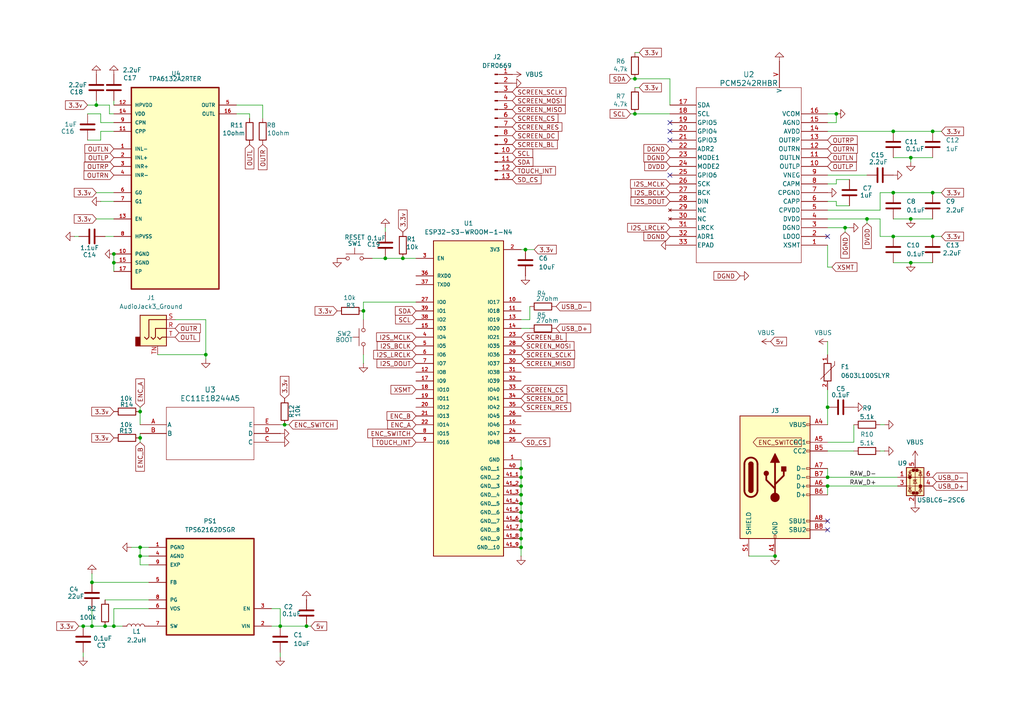
<source format=kicad_sch>
(kicad_sch (version 20250114) (generator "eeschema") (generator_version "9.0")
  (paper "A4")
  (title_block (title "Spotify Desk Thing - Blueprint") (company "blaze - Hack Club"))
  (junction (at 26.67 168.91))
  (junction (at 242.57 33.02))
  (junction (at 111.76 74.93))
  (junction (at 270.51 68.58))
  (junction (at 151.13 138.43))
  (junction (at 240.03 138.43))
  (junction (at 81.28 181.61))
  (junction (at 26.67 181.61))
  (junction (at 40.64 158.75))
  (junction (at 40.64 127))
  (junction (at 259.08 55.88))
  (junction (at 40.64 119.38))
  (junction (at 245.11 66.04))
  (junction (at 82.55 123.19))
  (junction (at 151.13 140.97))
  (junction (at 59.69 102.87))
  (junction (at 30.48 181.61))
  (junction (at 151.13 156.21))
  (junction (at 105.41 90.17))
  (junction (at 116.84 74.93))
  (junction (at 33.02 76.2))
  (junction (at 33.02 181.61))
  (junction (at 224.79 161.29))
  (junction (at 33.02 73.66))
  (junction (at 264.16 45.72))
  (junction (at 270.51 55.88))
  (junction (at 151.13 146.05))
  (junction (at 151.13 148.59))
  (junction (at 151.13 153.67))
  (junction (at 264.16 63.5))
  (junction (at 240.03 118.11))
  (junction (at 40.64 161.29))
  (junction (at 270.51 38.1))
  (junction (at 251.46 63.5))
  (junction (at 264.16 76.2))
  (junction (at 152.4 72.39))
  (junction (at 151.13 135.89))
  (junction (at 151.13 151.13))
  (junction (at 240.03 140.97))
  (junction (at 27.94 30.48))
  (junction (at 88.9 181.61))
  (junction (at 184.15 22.86))
  (junction (at 259.08 68.58))
  (junction (at 259.08 38.1))
  (junction (at 151.13 158.75))
  (junction (at 151.13 143.51))
  (junction (at 184.15 33.02))
  (junction (at 24.13 181.61))
  (no_connect (at 194.31 40.64))
  (no_connect (at 240.03 153.67))
  (no_connect (at 194.31 50.8))
  (no_connect (at 240.03 68.58))
  (no_connect (at 194.31 35.56))
  (no_connect (at 240.03 151.13))
  (no_connect (at 194.31 38.1))
  (wire (pts (xy 240.03 71.12) (xy 240.03 77.47)))
  (wire (pts (xy 29.21 38.1) (xy 29.21 40.64)))
  (wire (pts (xy 105.41 87.63) (xy 120.65 87.63)))
  (wire (pts (xy 30.48 181.61) (xy 33.02 181.61)))
  (wire (pts (xy 240.03 35.56) (xy 242.57 35.56)))
  (wire (pts (xy 242.57 35.56) (xy 242.57 33.02)))
  (wire (pts (xy 240.03 138.43) (xy 260.35 138.43)))
  (wire (pts (xy 30.48 173.99) (xy 43.18 173.99)))
  (wire (pts (xy 151.13 158.75) (xy 151.13 161.29)))
  (wire (pts (xy 242.57 33.02) (xy 240.03 33.02)))
  (wire (pts (xy 26.67 176.53) (xy 26.67 181.61)))
  (wire (pts (xy 33.02 76.2) (xy 33.02 78.74)))
  (wire (pts (xy 264.16 76.2) (xy 270.51 76.2)))
  (wire (pts (xy 151.13 95.25) (xy 153.67 95.25)))
  (wire (pts (xy 111.76 66.04) (xy 111.76 67.31)))
  (wire (pts (xy 151.13 138.43) (xy 151.13 140.97)))
  (wire (pts (xy 245.11 67.31) (xy 245.11 66.04)))
  (wire (pts (xy 185.42 15.24) (xy 184.15 15.24)))
  (wire (pts (xy 255.27 60.96) (xy 240.03 60.96)))
  (wire (pts (xy 184.15 33.02) (xy 194.31 33.02)))
  (wire (pts (xy 182.88 22.86) (xy 184.15 22.86)))
  (wire (pts (xy 29.21 58.42) (xy 33.02 58.42)))
  (wire (pts (xy 26.67 168.91) (xy 43.18 168.91)))
  (wire (pts (xy 240.03 143.51) (xy 240.03 140.97)))
  (wire (pts (xy 240.03 50.8) (xy 251.46 50.8)))
  (wire (pts (xy 264.16 45.72) (xy 264.16 46.99)))
  (wire (pts (xy 242.57 52.07) (xy 246.38 52.07)))
  (wire (pts (xy 88.9 181.61) (xy 90.17 181.61)))
  (wire (pts (xy 259.08 38.1) (xy 270.51 38.1)))
  (wire (pts (xy 242.57 53.34) (xy 242.57 52.07)))
  (wire (pts (xy 240.03 113.03) (xy 240.03 118.11)))
  (wire (pts (xy 255.27 55.88) (xy 255.27 60.96)))
  (wire (pts (xy 59.69 92.71) (xy 59.69 102.87)))
  (wire (pts (xy 59.69 104.14) (xy 59.69 102.87)))
  (wire (pts (xy 256.54 123.19) (xy 255.27 123.19)))
  (wire (pts (xy 153.67 92.71) (xy 153.67 88.9)))
  (wire (pts (xy 81.28 181.61) (xy 78.74 181.61)))
  (wire (pts (xy 152.4 72.39) (xy 151.13 72.39)))
  (wire (pts (xy 259.08 63.5) (xy 264.16 63.5)))
  (wire (pts (xy 27.94 63.5) (xy 33.02 63.5)))
  (wire (pts (xy 194.31 22.86) (xy 194.31 30.48)))
  (wire (pts (xy 247.65 128.27) (xy 240.03 128.27)))
  (wire (pts (xy 270.51 55.88) (xy 273.05 55.88)))
  (wire (pts (xy 240.03 118.11) (xy 240.03 123.19)))
  (wire (pts (xy 255.27 55.88) (xy 259.08 55.88)))
  (wire (pts (xy 105.41 90.17) (xy 105.41 92.71)))
  (wire (pts (xy 25.4 33.02) (xy 29.21 33.02)))
  (wire (pts (xy 30.48 68.58) (xy 33.02 68.58)))
  (wire (pts (xy 78.74 176.53) (xy 81.28 176.53)))
  (wire (pts (xy 240.03 38.1) (xy 259.08 38.1)))
  (wire (pts (xy 116.84 74.93) (xy 120.65 74.93)))
  (wire (pts (xy 40.64 158.75) (xy 40.64 161.29)))
  (wire (pts (xy 111.76 74.93) (xy 116.84 74.93)))
  (wire (pts (xy 184.15 22.86) (xy 194.31 22.86)))
  (wire (pts (xy 247.65 130.81) (xy 240.03 130.81)))
  (wire (pts (xy 240.03 99.06) (xy 240.03 102.87)))
  (wire (pts (xy 40.64 118.11) (xy 40.64 119.38)))
  (wire (pts (xy 43.18 158.75) (xy 40.64 158.75)))
  (wire (pts (xy 24.13 189.23) (xy 24.13 190.5)))
  (wire (pts (xy 43.18 163.83) (xy 40.64 163.83)))
  (wire (pts (xy 33.02 33.02) (xy 31.75 33.02)))
  (wire (pts (xy 273.05 38.1) (xy 270.51 38.1)))
  (wire (pts (xy 259.08 55.88) (xy 270.51 55.88)))
  (wire (pts (xy 21.59 68.58) (xy 22.86 68.58)))
  (wire (pts (xy 26.67 166.37) (xy 26.67 168.91)))
  (wire (pts (xy 33.02 176.53) (xy 33.02 181.61)))
  (wire (pts (xy 270.51 68.58) (xy 273.05 68.58)))
  (wire (pts (xy 33.02 30.48) (xy 33.02 29.21)))
  (wire (pts (xy 82.55 123.19) (xy 81.28 123.19)))
  (wire (pts (xy 105.41 87.63) (xy 105.41 90.17)))
  (wire (pts (xy 29.21 35.56) (xy 33.02 35.56)))
  (wire (pts (xy 251.46 64.77) (xy 251.46 63.5)))
  (wire (pts (xy 81.28 176.53) (xy 81.28 181.61)))
  (wire (pts (xy 72.39 33.02) (xy 72.39 34.29)))
  (wire (pts (xy 83.82 123.19) (xy 82.55 123.19)))
  (wire (pts (xy 33.02 73.66) (xy 33.02 76.2)))
  (wire (pts (xy 259.08 68.58) (xy 270.51 68.58)))
  (wire (pts (xy 151.13 133.35) (xy 151.13 135.89)))
  (wire (pts (xy 240.03 53.34) (xy 242.57 53.34)))
  (wire (pts (xy 242.57 59.69) (xy 246.38 59.69)))
  (wire (pts (xy 242.57 59.69) (xy 242.57 58.42)))
  (wire (pts (xy 240.03 140.97) (xy 260.35 140.97)))
  (wire (pts (xy 240.03 135.89) (xy 240.03 138.43)))
  (wire (pts (xy 251.46 63.5) (xy 255.27 63.5)))
  (wire (pts (xy 40.64 127) (xy 40.64 125.73)))
  (wire (pts (xy 151.13 146.05) (xy 151.13 148.59)))
  (wire (pts (xy 151.13 143.51) (xy 151.13 146.05)))
  (wire (pts (xy 151.13 156.21) (xy 151.13 158.75)))
  (wire (pts (xy 43.18 176.53) (xy 33.02 176.53)))
  (wire (pts (xy 259.08 45.72) (xy 264.16 45.72)))
  (wire (pts (xy 217.17 161.29) (xy 224.79 161.29)))
  (wire (pts (xy 81.28 189.23) (xy 81.28 190.5)))
  (wire (pts (xy 33.02 38.1) (xy 29.21 38.1)))
  (wire (pts (xy 105.41 102.87) (xy 105.41 105.41)))
  (wire (pts (xy 151.13 153.67) (xy 151.13 156.21)))
  (wire (pts (xy 40.64 128.27) (xy 40.64 127)))
  (wire (pts (xy 68.58 30.48) (xy 76.2 30.48)))
  (wire (pts (xy 45.72 102.87) (xy 59.69 102.87)))
  (wire (pts (xy 22.86 181.61) (xy 24.13 181.61)))
  (wire (pts (xy 151.13 135.89) (xy 151.13 138.43)))
  (wire (pts (xy 68.58 33.02) (xy 72.39 33.02)))
  (wire (pts (xy 40.64 161.29) (xy 43.18 161.29)))
  (wire (pts (xy 40.64 163.83) (xy 40.64 161.29)))
  (wire (pts (xy 242.57 58.42) (xy 240.03 58.42)))
  (wire (pts (xy 154.94 72.39) (xy 152.4 72.39)))
  (wire (pts (xy 151.13 92.71) (xy 153.67 92.71)))
  (wire (pts (xy 31.75 30.48) (xy 31.75 33.02)))
  (wire (pts (xy 247.65 123.19) (xy 247.65 128.27)))
  (wire (pts (xy 240.03 77.47) (xy 241.3 77.47)))
  (wire (pts (xy 33.02 181.61) (xy 35.56 181.61)))
  (wire (pts (xy 26.67 181.61) (xy 30.48 181.61)))
  (wire (pts (xy 240.03 66.04) (xy 245.11 66.04)))
  (wire (pts (xy 76.2 30.48) (xy 76.2 34.29)))
  (wire (pts (xy 256.54 130.81) (xy 255.27 130.81)))
  (wire (pts (xy 240.03 63.5) (xy 251.46 63.5)))
  (wire (pts (xy 107.95 74.93) (xy 111.76 74.93)))
  (wire (pts (xy 151.13 140.97) (xy 151.13 143.51)))
  (wire (pts (xy 255.27 68.58) (xy 259.08 68.58)))
  (wire (pts (xy 245.11 66.04) (xy 246.38 66.04)))
  (wire (pts (xy 40.64 119.38) (xy 40.64 123.19)))
  (wire (pts (xy 38.1 158.75) (xy 40.64 158.75)))
  (wire (pts (xy 259.08 76.2) (xy 264.16 76.2)))
  (wire (pts (xy 151.13 148.59) (xy 151.13 151.13)))
  (wire (pts (xy 264.16 45.72) (xy 270.51 45.72)))
  (wire (pts (xy 255.27 63.5) (xy 255.27 68.58)))
  (wire (pts (xy 27.94 55.88) (xy 33.02 55.88)))
  (wire (pts (xy 25.4 30.48) (xy 27.94 30.48)))
  (wire (pts (xy 264.16 63.5) (xy 270.51 63.5)))
  (wire (pts (xy 27.94 29.21) (xy 27.94 30.48)))
  (wire (pts (xy 182.88 33.02) (xy 184.15 33.02)))
  (wire (pts (xy 151.13 151.13) (xy 151.13 153.67)))
  (wire (pts (xy 31.75 30.48) (xy 27.94 30.48)))
  (wire (pts (xy 29.21 40.64) (xy 25.4 40.64)))
  (wire (pts (xy 24.13 181.61) (xy 26.67 181.61)))
  (wire (pts (xy 81.28 181.61) (xy 88.9 181.61)))
  (wire (pts (xy 50.8 92.71) (xy 59.69 92.71)))
  (wire (pts (xy 185.42 25.4) (xy 184.15 25.4)))
  (wire (pts (xy 29.21 33.02) (xy 29.21 35.56)))
  (label "RAW_D+" (at 246.38 140.97 0))
  (label "RAW_D-" (at 246.38 138.43 0))
  (global_label "SCREEN_DC" (shape input) (at 151.13 115.57 0) (property "Intersheetrefs" "${INTERSHEET_REFS}" (effects (hide yes))))
  (global_label "SCL" (shape input) (at 120.65 92.71 180) (property "Intersheetrefs" "${INTERSHEET_REFS}" (effects (hide yes))))
  (global_label "5v" (shape input) (at 223.52 99.06 0) (property "Intersheetrefs" "${INTERSHEET_REFS}" (effects (hide yes))))
  (global_label "SCL" (shape input) (at 182.88 33.02 180) (property "Intersheetrefs" "${INTERSHEET_REFS}" (effects (hide yes))))
  (global_label "SCREEN_DC" (shape input) (at 148.59 39.37 0) (property "Intersheetrefs" "${INTERSHEET_REFS}" (effects (hide yes))))
  (global_label "SCREEN_SCLK" (shape input) (at 151.13 102.87 0) (property "Intersheetrefs" "${INTERSHEET_REFS}" (effects (hide yes))))
  (global_label "SDA" (shape input) (at 120.65 90.17 180) (property "Intersheetrefs" "${INTERSHEET_REFS}" (effects (hide yes))))
  (global_label "3.3v" (shape input) (at 273.05 55.88 0) (property "Intersheetrefs" "${INTERSHEET_REFS}" (effects (hide yes))))
  (global_label "SCREEN_BL" (shape input) (at 148.59 41.91 0) (property "Intersheetrefs" "${INTERSHEET_REFS}" (effects (hide yes))))
  (global_label "OUTRN" (shape input) (at 240.03 43.18 0) (property "Intersheetrefs" "${INTERSHEET_REFS}" (effects (hide yes))))
  (global_label "3.3v" (shape input) (at 82.55 115.57 90) (property "Intersheetrefs" "${INTERSHEET_REFS}" (effects (hide yes))))
  (global_label "USB_D-" (shape input) (at 161.29 88.9 0) (property "Intersheetrefs" "${INTERSHEET_REFS}" (effects (hide yes))))
  (global_label "SCREEN_SCLK" (shape input) (at 148.59 26.67 0) (property "Intersheetrefs" "${INTERSHEET_REFS}" (effects (hide yes))))
  (global_label "OUTL" (shape input) (at 72.39 41.91 270) (property "Intersheetrefs" "${INTERSHEET_REFS}" (effects (hide yes))))
  (global_label "ENC_SWITCH" (shape input) (at 120.65 125.73 180) (property "Intersheetrefs" "${INTERSHEET_REFS}" (effects (hide yes))))
  (global_label "TOUCH_INT" (shape input) (at 148.59 49.53 0) (property "Intersheetrefs" "${INTERSHEET_REFS}" (effects (hide yes))))
  (global_label "SDA" (shape input) (at 148.59 46.99 0) (property "Intersheetrefs" "${INTERSHEET_REFS}" (effects (hide yes))))
  (global_label "OUTR" (shape input) (at 76.2 41.91 270) (property "Intersheetrefs" "${INTERSHEET_REFS}" (effects (hide yes))))
  (global_label "I2S_MCLK" (shape input) (at 120.65 97.79 180) (property "Intersheetrefs" "${INTERSHEET_REFS}" (effects (hide yes))))
  (global_label "I2S_DOUT" (shape input) (at 120.65 105.41 180) (property "Intersheetrefs" "${INTERSHEET_REFS}" (effects (hide yes))))
  (global_label "OUTLN" (shape input) (at 240.03 45.72 0) (property "Intersheetrefs" "${INTERSHEET_REFS}" (effects (hide yes))))
  (global_label "5v" (shape input) (at 90.17 181.61 0) (property "Intersheetrefs" "${INTERSHEET_REFS}" (effects (hide yes))))
  (global_label "OUTLN" (shape input) (at 33.02 43.18 180) (property "Intersheetrefs" "${INTERSHEET_REFS}" (effects (hide yes))))
  (global_label "SCL" (shape input) (at 148.59 44.45 0) (property "Intersheetrefs" "${INTERSHEET_REFS}" (effects (hide yes))))
  (global_label "DGND" (shape input) (at 245.11 67.31 270) (property "Intersheetrefs" "${INTERSHEET_REFS}" (effects (hide yes))))
  (global_label "USB_D+" (shape input) (at 161.29 95.25 0) (property "Intersheetrefs" "${INTERSHEET_REFS}" (effects (hide yes))))
  (global_label "OUTLP" (shape input) (at 240.03 48.26 0) (property "Intersheetrefs" "${INTERSHEET_REFS}" (effects (hide yes))))
  (global_label "I2S_LRCLK" (shape input) (at 194.31 66.04 180) (property "Intersheetrefs" "${INTERSHEET_REFS}" (effects (hide yes))))
  (global_label "3.3v" (shape input) (at 154.94 72.39 0) (property "Intersheetrefs" "${INTERSHEET_REFS}" (effects (hide yes))))
  (global_label "XSMT" (shape input) (at 241.3 77.47 0) (property "Intersheetrefs" "${INTERSHEET_REFS}" (effects (hide yes))))
  (global_label "DGND" (shape input) (at 214.63 80.01 180) (property "Intersheetrefs" "${INTERSHEET_REFS}" (effects (hide yes))))
  (global_label "3.3v" (shape input) (at 33.02 127 180) (property "Intersheetrefs" "${INTERSHEET_REFS}" (effects (hide yes))))
  (global_label "SCREEN_CS" (shape input) (at 151.13 113.03 0) (property "Intersheetrefs" "${INTERSHEET_REFS}" (effects (hide yes))))
  (global_label "DVDD" (shape input) (at 194.31 48.26 180) (property "Intersheetrefs" "${INTERSHEET_REFS}" (effects (hide yes))))
  (global_label "USB_D+" (shape input) (at 270.51 140.97 0) (property "Intersheetrefs" "${INTERSHEET_REFS}" (effects (hide yes))))
  (global_label "ENC_SWITCH" (shape input) (at 218.44 128.27 0) (property "Intersheetrefs" "${INTERSHEET_REFS}" (effects (hide yes))))
  (global_label "3.3v" (shape input) (at 27.94 55.88 180) (property "Intersheetrefs" "${INTERSHEET_REFS}" (effects (hide yes))))
  (global_label "I2S_LRCLK" (shape input) (at 120.65 102.87 180) (property "Intersheetrefs" "${INTERSHEET_REFS}" (effects (hide yes))))
  (global_label "SDA" (shape input) (at 182.88 22.86 180) (property "Intersheetrefs" "${INTERSHEET_REFS}" (effects (hide yes))))
  (global_label "SCREEN_BL" (shape input) (at 151.13 97.79 0) (property "Intersheetrefs" "${INTERSHEET_REFS}" (effects (hide yes))))
  (global_label "3.3v" (shape input) (at 25.4 30.48 180) (property "Intersheetrefs" "${INTERSHEET_REFS}" (effects (hide yes))))
  (global_label "I2S_DOUT" (shape input) (at 194.31 58.42 180) (property "Intersheetrefs" "${INTERSHEET_REFS}" (effects (hide yes))))
  (global_label "DGND" (shape input) (at 194.31 68.58 180) (property "Intersheetrefs" "${INTERSHEET_REFS}" (effects (hide yes))))
  (global_label "3.3v" (shape input) (at 185.42 25.4 0) (property "Intersheetrefs" "${INTERSHEET_REFS}" (effects (hide yes))))
  (global_label "DGND" (shape input) (at 194.31 43.18 180) (property "Intersheetrefs" "${INTERSHEET_REFS}" (effects (hide yes))))
  (global_label "SCREEN_MOSI" (shape input) (at 148.59 29.21 0) (property "Intersheetrefs" "${INTERSHEET_REFS}" (effects (hide yes))))
  (global_label "3.3v" (shape input) (at 27.94 63.5 180) (property "Intersheetrefs" "${INTERSHEET_REFS}" (effects (hide yes))))
  (global_label "ENC_A" (shape input) (at 120.65 123.19 180) (property "Intersheetrefs" "${INTERSHEET_REFS}" (effects (hide yes))))
  (global_label "SCREEN_MISO" (shape input) (at 151.13 105.41 0) (property "Intersheetrefs" "${INTERSHEET_REFS}" (effects (hide yes))))
  (global_label "3.3v" (shape input) (at 273.05 68.58 0) (property "Intersheetrefs" "${INTERSHEET_REFS}" (effects (hide yes))))
  (global_label "3.3v" (shape input) (at 33.02 119.38 180) (property "Intersheetrefs" "${INTERSHEET_REFS}" (effects (hide yes))))
  (global_label "OUTRN" (shape input) (at 33.02 50.8 180) (property "Intersheetrefs" "${INTERSHEET_REFS}" (effects (hide yes))))
  (global_label "TOUCH_INT" (shape input) (at 120.65 128.27 180) (property "Intersheetrefs" "${INTERSHEET_REFS}" (effects (hide yes))))
  (global_label "I2S_MCLK" (shape input) (at 194.31 53.34 180) (property "Intersheetrefs" "${INTERSHEET_REFS}" (effects (hide yes))))
  (global_label "ENC_SWITCH" (shape input) (at 83.82 123.19 0) (property "Intersheetrefs" "${INTERSHEET_REFS}" (effects (hide yes))))
  (global_label "SCREEN_CS" (shape input) (at 148.59 34.29 0) (property "Intersheetrefs" "${INTERSHEET_REFS}" (effects (hide yes))))
  (global_label "DVDD" (shape input) (at 251.46 64.77 270) (property "Intersheetrefs" "${INTERSHEET_REFS}" (effects (hide yes))))
  (global_label "OUTRP" (shape input) (at 33.02 48.26 180) (property "Intersheetrefs" "${INTERSHEET_REFS}" (effects (hide yes))))
  (global_label "3.3v" (shape input) (at 273.05 38.1 0) (property "Intersheetrefs" "${INTERSHEET_REFS}" (effects (hide yes))))
  (global_label "I2S_BCLK" (shape input) (at 120.65 100.33 180) (property "Intersheetrefs" "${INTERSHEET_REFS}" (effects (hide yes))))
  (global_label "3.3v" (shape input) (at 22.86 181.61 180) (property "Intersheetrefs" "${INTERSHEET_REFS}" (effects (hide yes))))
  (global_label "3.3v" (shape input) (at 97.79 90.17 180) (property "Intersheetrefs" "${INTERSHEET_REFS}" (effects (hide yes))))
  (global_label "SCREEN_MISO" (shape input) (at 148.59 31.75 0) (property "Intersheetrefs" "${INTERSHEET_REFS}" (effects (hide yes))))
  (global_label "ENC_B" (shape input) (at 120.65 120.65 180) (property "Intersheetrefs" "${INTERSHEET_REFS}" (effects (hide yes))))
  (global_label "SD_CS" (shape input) (at 151.13 128.27 0) (property "Intersheetrefs" "${INTERSHEET_REFS}" (effects (hide yes))))
  (global_label "SCREEN_MOSI" (shape input) (at 151.13 100.33 0) (property "Intersheetrefs" "${INTERSHEET_REFS}" (effects (hide yes))))
  (global_label "3.3v" (shape input) (at 116.84 67.31 90) (property "Intersheetrefs" "${INTERSHEET_REFS}" (effects (hide yes))))
  (global_label "SCREEN_RES" (shape input) (at 151.13 118.11 0) (property "Intersheetrefs" "${INTERSHEET_REFS}" (effects (hide yes))))
  (global_label "OUTLP" (shape input) (at 33.02 45.72 180) (property "Intersheetrefs" "${INTERSHEET_REFS}" (effects (hide yes))))
  (global_label "ENC_B" (shape input) (at 40.64 128.27 270) (property "Intersheetrefs" "${INTERSHEET_REFS}" (effects (hide yes))))
  (global_label "USB_D-" (shape input) (at 270.51 138.43 0) (property "Intersheetrefs" "${INTERSHEET_REFS}" (effects (hide yes))))
  (global_label "SD_CS" (shape input) (at 148.59 52.07 0) (property "Intersheetrefs" "${INTERSHEET_REFS}" (effects (hide yes))))
  (global_label "OUTRP" (shape input) (at 240.03 40.64 0) (property "Intersheetrefs" "${INTERSHEET_REFS}" (effects (hide yes))))
  (global_label "ENC_A" (shape input) (at 40.64 118.11 90) (property "Intersheetrefs" "${INTERSHEET_REFS}" (effects (hide yes))))
  (global_label "XSMT" (shape input) (at 120.65 113.03 180) (property "Intersheetrefs" "${INTERSHEET_REFS}" (effects (hide yes))))
  (global_label "SCREEN_RES" (shape input) (at 148.59 36.83 0) (property "Intersheetrefs" "${INTERSHEET_REFS}" (effects (hide yes))))
  (global_label "DGND" (shape input) (at 194.31 45.72 180) (property "Intersheetrefs" "${INTERSHEET_REFS}" (effects (hide yes))))
  (global_label "OUTL" (shape input) (at 50.8 97.79 0) (property "Intersheetrefs" "${INTERSHEET_REFS}" (effects (hide yes))))
  (global_label "OUTR" (shape input) (at 50.8 95.25 0) (property "Intersheetrefs" "${INTERSHEET_REFS}" (effects (hide yes))))
  (global_label "I2S_BCLK" (shape input) (at 194.31 55.88 180) (property "Intersheetrefs" "${INTERSHEET_REFS}" (effects (hide yes))))
  (global_label "3.3v" (shape input) (at 185.42 15.24 0) (property "Intersheetrefs" "${INTERSHEET_REFS}" (effects (hide yes))))
  (symbol (lib_id "Switch:SW_Push") (at 105.41 97.79 90) (unit 1)
    (property "Reference" "SW2" (at 99.822 96.774 90))
    (property "Value" "BOOT" (at 99.822 98.552 90))
    (property "Footprint" "ad-hoc:ALPSALPINE_TopPush_Button" (effects (hide yes)))
    (property "Description" "Push button switch, generic, two pins" (effects (hide yes)))
    (property "Part #" "SKHHAMA010" (effects (hide yes)))
  )
  (symbol (lib_id "Device:C") (at 26.67 172.72 180) (unit 1)
    (property "Reference" "C4" (at 20.066 170.942 0) (effects (justify right)))
    (property "Value" "22uF" (at 19.558 172.974 0) (effects (justify right)))
    (property "Footprint" "Capacitor_SMD:C_0402_1005Metric" (effects (hide yes)))
    (property "Description" "Unpolarized capacitor" (effects (hide yes)))
    (property "Part #" "TCC0402X5R105K6R3AT" (effects (hide yes)))
  )
  (symbol (lib_id "power:GND") (at 33.02 21.59 180) (unit 1)
    (property "Reference" "#PWR022" (effects (hide yes)))
    (property "Value" "GND" (effects (hide yes)))
    (property "Description" "Power symbol creates a global label with name \"GND\" , ground" (effects (hide yes)))
  )
  (symbol (lib_id "Device:R") (at 72.39 38.1 0) (unit 1)
    (property "Reference" "R11" (at 70.612 36.322 0) (effects (justify right)))
    (property "Value" "10ohm" (at 71.12 38.608 0) (effects (justify right)))
    (property "Footprint" "Resistor_SMD:R_0603_1608Metric" (effects (hide yes)))
    (property "Description" "Resistor" (effects (hide yes)))
    (property "Part #" "RC1206JR-134K7L" (effects (hide yes)))
  )
  (symbol (lib_id "Device:R") (at 101.6 90.17 90) (unit 1)
    (property "Reference" "R3" (at 100.33 88.646 90) (effects (justify right)))
    (property "Value" "10k" (at 99.568 86.36 90) (effects (justify right)))
    (property "Footprint" "Resistor_SMD:R_0603_1608Metric" (effects (hide yes)))
    (property "Description" "Resistor" (effects (hide yes)))
    (property "Part #" "RC1206JR-134K7L" (effects (hide yes)))
  )
  (symbol (lib_id "Device:C") (at 88.9 177.8 180) (unit 1)
    (property "Reference" "C2" (at 82.296 176.022 0) (effects (justify right)))
    (property "Value" "0.1uF" (at 81.788 178.054 0) (effects (justify right)))
    (property "Footprint" "Capacitor_SMD:C_0402_1005Metric" (effects (hide yes)))
    (property "Description" "Unpolarized capacitor" (effects (hide yes)))
    (property "Part #" "TCC0402X5R105K6R3AT" (effects (hide yes)))
  )
  (symbol (lib_id "Device:R") (at 157.48 95.25 90) (unit 1)
    (property "Reference" "R5" (at 155.702 91.44 90) (effects (justify right)))
    (property "Value" "27ohm" (at 155.448 92.964 90) (effects (justify right)))
    (property "Footprint" "Resistor_SMD:R_0603_1608Metric" (effects (hide yes)))
    (property "Description" "Resistor" (effects (hide yes)))
    (property "Part #" "RC1206JR-134K7L" (effects (hide yes)))
  )
  (symbol (lib_id "power:GND") (at 88.9 173.99 180) (unit 1)
    (property "Reference" "#PWR05" (effects (hide yes)))
    (property "Value" "GND" (effects (hide yes)))
    (property "Description" "Power symbol creates a global label with name \"GND\" , ground" (effects (hide yes)))
  )
  (symbol (lib_id "power:GND") (at 33.02 73.66 270) (unit 1)
    (property "Reference" "#PWR021" (effects (hide yes)))
    (property "Value" "GND" (effects (hide yes)))
    (property "Description" "Power symbol creates a global label with name \"GND\" , ground" (effects (hide yes)))
  )
  (symbol (lib_id "Device:R") (at 251.46 123.19 270) (mirror x) (unit 1)
    (property "Reference" "R9" (at 251.46 118.364 90))
    (property "Value" "5.1k" (at 251.46 120.904 90))
    (property "Footprint" "Resistor_SMD:R_0402_1005Metric" (effects (hide yes)))
    (property "Description" "Resistor" (effects (hide yes)))
    (property "Part #" "RMCF0805JT5K10" (effects (hide yes)))
  )
  (symbol (lib_id "power:GND") (at 111.76 66.04 180) (unit 1)
    (property "Reference" "#PWR013" (effects (hide yes)))
    (property "Value" "GND" (effects (hide yes)))
    (property "Description" "Power symbol creates a global label with name \"GND\" , ground" (effects (hide yes)))
  )
  (symbol (lib_id "Device:R") (at 184.15 19.05 180) (unit 1)
    (property "Reference" "R6" (at 181.356 17.78 0) (effects (justify left)))
    (property "Value" "4.7k" (at 182.118 20.066 0) (effects (justify left)))
    (property "Footprint" "Resistor_SMD:R_0603_1608Metric" (effects (hide yes)))
    (property "Description" "Resistor" (effects (hide yes)))
    (property "Part #" "RC1206JR-134K7L" (effects (hide yes)))
  )
  (symbol (lib_id "power:GND") (at 29.21 58.42 270) (unit 1)
    (property "Reference" "#PWR026" (effects (hide yes)))
    (property "Value" "GND" (effects (hide yes)))
    (property "Description" "Power symbol creates a global label with name \"GND\" , ground" (effects (hide yes)))
  )
  (symbol (lib_id "Device:C") (at 81.28 185.42 0) (unit 1)
    (property "Reference" "C1" (at 85.09 184.1499 0) (effects (justify left)))
    (property "Value" "10uF" (at 85.09 186.6899 0) (effects (justify left)))
    (property "Footprint" "Capacitor_SMD:C_0402_1005Metric" (effects (hide yes)))
    (property "Description" "Unpolarized capacitor" (effects (hide yes)))
    (property "Part #" "TCC0402X5R105K6R3AT" (effects (hide yes)))
  )
  (symbol (lib_id "power:GND") (at 26.67 166.37 180) (unit 1)
    (property "Reference" "#PWR04" (effects (hide yes)))
    (property "Value" "GND" (effects (hide yes)))
    (property "Description" "Power symbol creates a global label with name \"GND\" , ground" (effects (hide yes)))
  )
  (symbol (lib_id "EC11E:EC11E18244A5") (at 40.64 123.19 0) (unit 1)
    (property "Reference" "U3" (at 60.96 113.03 0) (effects (font (size 1.524 1.524))))
    (property "Value" "EC11E18244A5" (at 60.96 115.57 0) (effects (font (size 1.524 1.524))))
    (property "Footprint" "EC11E18244A5_ALPS" (effects (hide yes)))
    (property "Datasheet" "EC11E18244A5" (effects (hide yes)))
  )
  (symbol (lib_id "power:GND") (at 152.4 80.01 0) (unit 1)
    (property "Reference" "#PWR010" (effects (hide yes)))
    (property "Value" "GND" (effects (hide yes)))
    (property "Description" "Power symbol creates a global label with name \"GND\" , ground" (effects (hide yes)))
  )
  (symbol (lib_id "PCM5242RHBR:PCM5242RHBR") (at 240.03 71.12 180) (unit 1)
    (property "Reference" "U2" (at 217.17 21.59 0) (effects (font (size 1.524 1.524))))
    (property "Value" "PCM5242RHBR" (at 217.17 24.13 0) (effects (font (size 1.524 1.524))))
    (property "Footprint" "PCM5242RHBR:RHB32_3P45X3P45_TEX" (effects (hide yes)))
    (property "Datasheet" "https://www.ti.com/lit/gpn/pcm5242" (effects (hide yes)))
  )
  (symbol (lib_id "power:GND") (at 81.28 128.27 90) (unit 1)
    (property "Reference" "#PWR027" (effects (hide yes)))
    (property "Value" "GND" (effects (hide yes)))
    (property "Description" "Power symbol creates a global label with name \"GND\" , ground" (effects (hide yes)))
  )
  (symbol (lib_id "Device:R") (at 30.48 177.8 0) (unit 1)
    (property "Reference" "R2" (at 27.94 176.5299 0) (effects (justify right)))
    (property "Value" "100k" (at 27.94 179.0699 0) (effects (justify right)))
    (property "Footprint" "Resistor_SMD:R_0603_1608Metric" (effects (hide yes)))
    (property "Description" "Resistor" (effects (hide yes)))
    (property "Part #" "RC1206JR-134K7L" (effects (hide yes)))
  )
  (symbol (lib_id "Switch:SW_Push") (at 102.87 74.93 0) (unit 1)
    (property "Reference" "SW1" (at 102.87 70.612 0))
    (property "Value" "RESET" (at 102.87 68.834 0))
    (property "Footprint" "ad-hoc:ALPSALPINE_TopPush_Button" (effects (hide yes)))
    (property "Description" "Push button switch, generic, two pins" (effects (hide yes)))
    (property "Part #" "SKHHAMA010" (effects (hide yes)))
  )
  (symbol (lib_id "Device:C") (at 24.13 185.42 0) (unit 1)
    (property "Reference" "C3" (at 30.734 187.198 0) (effects (justify right)))
    (property "Value" "0.1uF" (at 32.512 185.166 0) (effects (justify right)))
    (property "Footprint" "Capacitor_SMD:C_0402_1005Metric" (effects (hide yes)))
    (property "Description" "Unpolarized capacitor" (effects (hide yes)))
    (property "Part #" "TCC0402X5R105K6R3AT" (effects (hide yes)))
  )
  (symbol (lib_id "power:GND") (at 265.43 146.05 0) (unit 1)
    (property "Reference" "#PWR086" (effects (hide yes)))
    (property "Value" "GND" (effects (hide yes)))
    (property "Description" "Power symbol creates a global label with name \"GND\" , ground" (effects (hide yes)))
  )
  (symbol (lib_id "power:GND") (at 259.08 50.8 90) (unit 1)
    (property "Reference" "#PWR019" (effects (hide yes)))
    (property "Value" "GND" (effects (hide yes)))
    (property "Description" "Power symbol creates a global label with name \"GND\" , ground" (effects (hide yes)))
  )
  (symbol (lib_id "Power_Protection:USBLC6-2SC6") (at 265.43 138.43 0) (unit 1)
    (property "Reference" "U9" (at 260.35 134.366 0) (effects (justify left)))
    (property "Value" "USBLC6-2SC6" (at 265.938 145.034 0) (effects (justify left)))
    (property "Footprint" "Package_TO_SOT_SMD:SOT-23-6" (effects (hide yes)))
    (property "Datasheet" "https://www.st.com/resource/en/datasheet/usblc6-2.pdf" (effects (hide yes)))
    (property "Description" "Very low capacitance ESD protection diode, 2 data-line, SOT-23-6" (effects (hide yes)))
  )
  (symbol (lib_id "Device:R") (at 36.83 119.38 90) (unit 1)
    (property "Reference" "R14" (at 34.798 117.348 90) (effects (justify right)))
    (property "Value" "10k" (at 34.798 115.57 90) (effects (justify right)))
    (property "Footprint" "Resistor_SMD:R_0603_1608Metric" (effects (hide yes)))
    (property "Description" "Resistor" (effects (hide yes)))
    (property "Part #" "RC1206JR-134K7L" (effects (hide yes)))
  )
  (symbol (lib_id "Device:C") (at 27.94 25.4 180) (unit 1)
    (property "Reference" "C18" (at 24.13 26.6701 0) (effects (justify left)))
    (property "Value" "2.2uF" (at 19.812 24.638 0) (effects (justify right)))
    (property "Footprint" "Capacitor_SMD:C_0402_1005Metric" (effects (hide yes)))
    (property "Description" "Unpolarized capacitor" (effects (hide yes)))
    (property "Part #" "TCC0402X5R105K6R3AT" (effects (hide yes)))
  )
  (symbol (lib_id "power:GND") (at 59.69 104.14 0) (unit 1)
    (property "Reference" "#PWR025" (effects (hide yes)))
    (property "Value" "GND" (effects (hide yes)))
    (property "Description" "Power symbol creates a global label with name \"GND\" , ground" (effects (hide yes)))
  )
  (symbol (lib_id "Device:C") (at 255.27 50.8 90) (unit 1)
    (property "Reference" "C15" (at 254.508 44.958 90))
    (property "Value" "2.2uF" (at 254.762 46.99 90))
    (property "Footprint" "Capacitor_SMD:C_0402_1005Metric" (effects (hide yes)))
    (property "Description" "Unpolarized capacitor" (effects (hide yes)))
    (property "Part #" "TCC0402X5R105K6R3AT" (effects (hide yes)))
  )
  (symbol (lib_id "Device:C") (at 270.51 59.69 0) (unit 1)
    (property "Reference" "C9" (at 274.32 58.4199 0) (effects (justify left)))
    (property "Value" "2.2uF" (at 274.32 60.9599 0) (effects (justify left)))
    (property "Footprint" "Capacitor_SMD:C_0402_1005Metric" (effects (hide yes)))
    (property "Description" "Unpolarized capacitor" (effects (hide yes)))
    (property "Part #" "TCC0402X5R105K6R3AT" (effects (hide yes)))
  )
  (symbol (lib_id "power:GND") (at 194.31 71.12 270) (unit 1)
    (property "Reference" "#PWR024" (effects (hide yes)))
    (property "Value" "GND" (effects (hide yes)))
    (property "Description" "Power symbol creates a global label with name \"GND\" , ground" (effects (hide yes)))
  )
  (symbol (lib_id "power:GND") (at 256.54 130.81 90) (unit 1)
    (property "Reference" "#PWR080" (effects (hide yes)))
    (property "Value" "GND" (effects (hide yes)))
    (property "Description" "Power symbol creates a global label with name \"GND\" , ground" (effects (hide yes)))
  )
  (symbol (lib_id "power:GND") (at 264.16 46.99 0) (unit 1)
    (property "Reference" "#PWR015" (effects (hide yes)))
    (property "Value" "GND" (effects (hide yes)))
    (property "Description" "Power symbol creates a global label with name \"GND\" , ground" (effects (hide yes)))
  )
  (symbol (lib_id "Device:R") (at 76.2 38.1 0) (unit 1)
    (property "Reference" "R8" (at 80.01 36.322 0) (effects (justify right)))
    (property "Value" "10ohm" (at 84.074 38.608 0) (effects (justify right)))
    (property "Footprint" "Resistor_SMD:R_0603_1608Metric" (effects (hide yes)))
    (property "Description" "Resistor" (effects (hide yes)))
    (property "Part #" "RC1206JR-134K7L" (effects (hide yes)))
  )
  (symbol (lib_id "power:GND") (at 214.63 80.01 90) (unit 1)
    (property "Reference" "#PWR032" (effects (hide yes)))
    (property "Value" "GND" (effects (hide yes)))
    (property "Description" "Power symbol creates a global label with name \"GND\" , ground" (effects (hide yes)))
  )
  (symbol (lib_id "power:GND") (at 256.54 123.19 90) (unit 1)
    (property "Reference" "#PWR079" (effects (hide yes)))
    (property "Value" "GND" (effects (hide yes)))
    (property "Description" "Power symbol creates a global label with name \"GND\" , ground" (effects (hide yes)))
  )
  (symbol (lib_id "power:VBUS") (at 240.03 99.06 90) (unit 1)
    (property "Reference" "#PWR078" (effects (hide yes)))
    (property "Value" "VBUS" (at 238.76 96.52 90))
    (property "Description" "Power symbol creates a global label with name \"VBUS\"" (effects (hide yes)))
  )
  (symbol (lib_id "Connector:USB_C_Receptacle_USB2.0_16P") (at 224.79 138.43 0) (unit 1)
    (property "Reference" "J3" (at 224.79 119.126 0))
    (property "Value" "USB_C_Receptacle_USB2.0_16P" (effects (hide yes)))
    (property "Footprint" "Connector_USB:USB_C_Receptacle_HRO_TYPE-C-31-M-12" (effects (hide yes)))
    (property "Datasheet" "https://www.usb.org/sites/default/files/documents/usb_type-c.zip" (effects (hide yes)))
    (property "Description" "USB 2.0-only 16P Type-C Receptacle connector" (effects (hide yes)))
  )
  (symbol (lib_id "Device:C") (at 259.08 72.39 0) (unit 1)
    (property "Reference" "C10" (at 262.89 71.1199 0) (effects (justify left)))
    (property "Value" "0.1uF" (at 262.89 73.6599 0) (effects (justify left)))
    (property "Footprint" "Capacitor_SMD:C_0402_1005Metric" (effects (hide yes)))
    (property "Description" "Unpolarized capacitor" (effects (hide yes)))
    (property "Part #" "TCC0402X5R105K6R3AT" (effects (hide yes)))
  )
  (symbol (lib_id "power:GND") (at 224.79 161.29 0) (unit 1)
    (property "Reference" "#PWR07" (effects (hide yes)))
    (property "Value" "GND" (effects (hide yes)))
    (property "Description" "Power symbol creates a global label with name \"GND\" , ground" (effects (hide yes)))
  )
  (symbol (lib_id "Device:C") (at 25.4 36.83 180) (unit 1)
    (property "Reference" "C16" (at 21.59 38.1001 0) (effects (justify left)))
    (property "Value" "1uF" (at 22.352 36.068 0) (effects (justify left)))
    (property "Footprint" "Capacitor_SMD:C_0402_1005Metric" (effects (hide yes)))
    (property "Description" "Unpolarized capacitor" (effects (hide yes)))
    (property "Part #" "TCC0402X5R105K6R3AT" (effects (hide yes)))
  )
  (symbol (lib_id "power:VBUS") (at 223.52 99.06 90) (unit 1)
    (property "Reference" "#PWR031" (effects (hide yes)))
    (property "Value" "VBUS" (at 222.25 96.52 90))
    (property "Description" "Power symbol creates a global label with name \"VBUS\"" (effects (hide yes)))
  )
  (symbol (lib_id "power:GND") (at 27.94 21.59 180) (unit 1)
    (property "Reference" "#PWR023" (effects (hide yes)))
    (property "Value" "GND" (effects (hide yes)))
    (property "Description" "Power symbol creates a global label with name \"GND\" , ground" (effects (hide yes)))
  )
  (symbol (lib_id "Device:R") (at 116.84 71.12 0) (unit 1)
    (property "Reference" "R1" (at 120.65 69.342 0) (effects (justify right)))
    (property "Value" "10k" (at 121.412 71.628 0) (effects (justify right)))
    (property "Footprint" "Resistor_SMD:R_0603_1608Metric" (effects (hide yes)))
    (property "Description" "Resistor" (effects (hide yes)))
    (property "Part #" "RC1206JR-134K7L" (effects (hide yes)))
  )
  (symbol (lib_id "power:GND") (at 264.16 76.2 0) (unit 1)
    (property "Reference" "#PWR017" (effects (hide yes)))
    (property "Value" "GND" (effects (hide yes)))
    (property "Description" "Power symbol creates a global label with name \"GND\" , ground" (effects (hide yes)))
  )
  (symbol (lib_id "Device:C") (at 26.67 68.58 90) (unit 1)
    (property "Reference" "C14" (at 27.94 73.914 90) (effects (justify left)))
    (property "Value" "1.1uF" (at 28.702 71.8819 90) (effects (justify left)))
    (property "Footprint" "Capacitor_SMD:C_0402_1005Metric" (effects (hide yes)))
    (property "Description" "Unpolarized capacitor" (effects (hide yes)))
    (property "Part #" "TCC0402X5R105K6R3AT" (effects (hide yes)))
  )
  (symbol (lib_id "power:GND") (at 24.13 190.5 0) (unit 1)
    (property "Reference" "#PWR06" (effects (hide yes)))
    (property "Value" "GND" (effects (hide yes)))
    (property "Description" "Power symbol creates a global label with name \"GND\" , ground" (effects (hide yes)))
  )
  (symbol (lib_id "ESP32-S3-WROOM-1-N4:ESP32-S3-WROOM-1-N4") (at 135.89 102.87 0) (unit 1)
    (property "Reference" "U1" (at 135.89 64.77 0))
    (property "Value" "ESP32-S3-WROOM-1-N4" (at 135.89 67.31 0))
    (property "Footprint" "ESP32_S3_WROOM_1_N4:XCVR_ESP32-S3-WROOM-1-N4" (effects (hide yes)))
    (property "PARTREV" "v1.0" (effects (hide yes)))
    (property "MANUFACTURER" "Espressif" (effects (hide yes)))
    (property "MAXIMUM_PACKAGE_HEIGHT" "3.25mm" (effects (hide yes)))
    (property "STANDARD" "Manufacturer Recommendations" (effects (hide yes)))
  )
  (symbol (lib_id "Device:C") (at 246.38 55.88 0) (unit 1)
    (property "Reference" "C7" (at 250.19 54.6099 0) (effects (justify left)))
    (property "Value" "1uF" (at 249.428 56.642 0) (effects (justify left)))
    (property "Footprint" "Capacitor_SMD:C_0402_1005Metric" (effects (hide yes)))
    (property "Description" "Unpolarized capacitor" (effects (hide yes)))
    (property "Part #" "TCC0402X5R105K6R3AT" (effects (hide yes)))
  )
  (symbol (lib_id "power:GND") (at 97.79 74.93 0) (unit 1)
    (property "Reference" "#PWR011" (effects (hide yes)))
    (property "Value" "GND" (effects (hide yes)))
    (property "Description" "Power symbol creates a global label with name \"GND\" , ground" (effects (hide yes)))
  )
  (symbol (lib_id "power:GND") (at 81.28 190.5 0) (unit 1)
    (property "Reference" "#PWR01" (effects (hide yes)))
    (property "Value" "GND" (effects (hide yes)))
    (property "Description" "Power symbol creates a global label with name \"GND\" , ground" (effects (hide yes)))
  )
  (symbol (lib_id "Device:R") (at 251.46 130.81 270) (mirror x) (unit 1)
    (property "Reference" "R10" (at 251.46 125.984 90))
    (property "Value" "5.1k" (at 251.46 128.524 90))
    (property "Footprint" "Resistor_SMD:R_0402_1005Metric" (effects (hide yes)))
    (property "Description" "Resistor" (effects (hide yes)))
    (property "Part #" "RMCF0805JT5K10" (effects (hide yes)))
  )
  (symbol (lib_id "Device:C") (at 259.08 59.69 0) (unit 1)
    (property "Reference" "C8" (at 262.89 58.4199 0) (effects (justify left)))
    (property "Value" "0.1uF" (at 262.89 60.9599 0) (effects (justify left)))
    (property "Footprint" "Capacitor_SMD:C_0402_1005Metric" (effects (hide yes)))
    (property "Description" "Unpolarized capacitor" (effects (hide yes)))
    (property "Part #" "TCC0402X5R105K6R3AT" (effects (hide yes)))
  )
  (symbol (lib_id "power:GND") (at 81.28 125.73 90) (unit 1)
    (property "Reference" "#PWR028" (effects (hide yes)))
    (property "Value" "GND" (effects (hide yes)))
    (property "Description" "Power symbol creates a global label with name \"GND\" , ground" (effects (hide yes)))
  )
  (symbol (lib_id "Device:R") (at 36.83 127 90) (unit 1)
    (property "Reference" "R13" (at 34.544 124.968 90) (effects (justify right)))
    (property "Value" "10k" (at 34.798 123.19 90) (effects (justify right)))
    (property "Footprint" "Resistor_SMD:R_0603_1608Metric" (effects (hide yes)))
    (property "Description" "Resistor" (effects (hide yes)))
    (property "Part #" "RC1206JR-134K7L" (effects (hide yes)))
  )
  (symbol (lib_id "power:GND") (at 151.13 161.29 0) (unit 1)
    (property "Reference" "#PWR09" (effects (hide yes)))
    (property "Value" "GND" (effects (hide yes)))
    (property "Description" "Power symbol creates a global label with name \"GND\" , ground" (effects (hide yes)))
  )
  (symbol (lib_id "power:GND") (at 240.03 55.88 90) (unit 1)
    (property "Reference" "#PWR020" (effects (hide yes)))
    (property "Value" "GND" (effects (hide yes)))
    (property "Description" "Power symbol creates a global label with name \"GND\" , ground" (effects (hide yes)))
  )
  (symbol (lib_id "power:GND") (at 226.06 17.78 180) (unit 1)
    (property "Reference" "#PWR033" (effects (hide yes)))
    (property "Value" "GND" (effects (hide yes)))
    (property "Description" "Power symbol creates a global label with name \"GND\" , ground" (effects (hide yes)))
  )
  (symbol (lib_id "Device:R") (at 184.15 29.21 180) (unit 1)
    (property "Reference" "R7" (at 181.356 27.94 0) (effects (justify left)))
    (property "Value" "4.7k" (at 182.118 30.226 0) (effects (justify left)))
    (property "Footprint" "Resistor_SMD:R_0603_1608Metric" (effects (hide yes)))
    (property "Description" "Resistor" (effects (hide yes)))
    (property "Part #" "RC1206JR-134K7L" (effects (hide yes)))
  )
  (symbol (lib_id "Device:C") (at 259.08 41.91 0) (unit 1)
    (property "Reference" "C11" (at 262.382 41.148 0) (effects (justify left)))
    (property "Value" "0.1uF" (at 262.636 43.18 0) (effects (justify left)))
    (property "Footprint" "Capacitor_SMD:C_0402_1005Metric" (effects (hide yes)))
    (property "Description" "Unpolarized capacitor" (effects (hide yes)))
    (property "Part #" "TCC0402X5R105K6R3AT" (effects (hide yes)))
  )
  (symbol (lib_id "TPS62162DSGR:TPS62162DSGR") (at 60.96 171.45 180) (unit 1)
    (property "Reference" "PS1" (at 60.96 151.13 0))
    (property "Value" "TPS62162DSGR" (at 60.96 153.67 0))
    (property "Footprint" "TPS62162DSGR:SON50P200X200X80-9N" (effects (hide yes)))
    (property "PARTREV" "E" (effects (hide yes)))
    (property "MANUFACTURER" "Texas Instruments" (effects (hide yes)))
    (property "MAXIMUM_PACKAGE_HEIGHT" "0.8mm" (effects (hide yes)))
    (property "STANDARD" "IPC-7351B" (effects (hide yes)))
  )
  (symbol (lib_id "Device:C") (at 270.51 72.39 0) (unit 1)
    (property "Reference" "C13" (at 274.32 71.1199 0) (effects (justify left)))
    (property "Value" "2.2uF" (at 278.892 73.406 0) (effects (justify right)))
    (property "Footprint" "Capacitor_SMD:C_0402_1005Metric" (effects (hide yes)))
    (property "Description" "Unpolarized capacitor" (effects (hide yes)))
    (property "Part #" "TCC0402X5R105K6R3AT" (effects (hide yes)))
  )
  (symbol (lib_id "Device:C") (at 243.84 118.11 90) (unit 1)
    (property "Reference" "C5" (at 243.84 112.776 90))
    (property "Value" "0.1uF" (at 243.84 114.554 90))
    (property "Footprint" "Capacitor_SMD:C_0402_1005Metric" (effects (hide yes)))
    (property "Description" "Unpolarized capacitor" (effects (hide yes)))
    (property "Part #" "TCC0402X5R105K6R3AT" (effects (hide yes)))
  )
  (symbol (lib_id "power:GND") (at 246.38 66.04 90) (unit 1)
    (property "Reference" "#PWR018" (effects (hide yes)))
    (property "Value" "GND" (effects (hide yes)))
    (property "Description" "Power symbol creates a global label with name \"GND\" , ground" (effects (hide yes)))
  )
  (symbol (lib_name "AudioJack3_Ground_1") (lib_id "Connector_Audio:AudioJack3_Ground") (at 45.72 95.25 0) (unit 1)
    (property "Reference" "J1" (at 43.815 86.36 0))
    (property "Value" "AudioJack3_Ground" (at 43.815 88.9 0))
    (property "Footprint" "Connector_Audio:Jack_3.5mm_CUI_SJ-3524-SMT_Horizontal" (effects (hide yes)))
    (property "Description" "Audio Jack, 3 Poles (Stereo / TRS), Grounded Sleeve" (effects (hide yes)))
  )
  (symbol (lib_id "Device:C") (at 152.4 76.2 0) (unit 1)
    (property "Reference" "C6" (at 156.21 74.9299 0) (effects (justify left)))
    (property "Value" "10uF" (at 156.21 77.4699 0) (effects (justify left)))
    (property "Footprint" "Capacitor_SMD:C_0402_1005Metric" (effects (hide yes)))
    (property "Description" "Unpolarized capacitor" (effects (hide yes)))
    (property "Part #" "TCC0402X5R105K6R3AT" (effects (hide yes)))
  )
  (symbol (lib_id "power:GND") (at 105.41 105.41 0) (unit 1)
    (property "Reference" "#PWR012" (effects (hide yes)))
    (property "Value" "GND" (effects (hide yes)))
    (property "Description" "Power symbol creates a global label with name \"GND\" , ground" (effects (hide yes)))
  )
  (symbol (lib_id "power:VBUS") (at 265.43 133.35 0) (unit 1)
    (property "Reference" "#PWR081" (effects (hide yes)))
    (property "Value" "VBUS" (at 265.43 128.27 0))
    (property "Description" "Power symbol creates a global label with name \"VBUS\"" (effects (hide yes)))
  )
  (symbol (lib_id "0603L100SLYR:0603L100SLYR") (at 240.03 107.95 90) (unit 1)
    (property "Reference" "F1" (at 243.84 106.4005 90) (effects (justify right)))
    (property "Value" "0603L100SLYR" (at 243.84 108.9405 90) (effects (justify right)))
    (property "Footprint" "0603L100SLYR:FUSC1608X100N" (effects (hide yes)))
    (property "PARTREV" "GD 05.07.21" (effects (hide yes)))
    (property "SNAPEDA_PN" "0603L300SLYR" (effects (hide yes)))
    (property "STANDARD" "IPC-7351B" (effects (hide yes)))
    (property "MAXIMUM_PACKAGE_HEIGHT" "1.00mm" (effects (hide yes)))
    (property "MANUFACTURER" "Littelfuse Inc." (effects (hide yes)))
  )
  (symbol (lib_id "power:VBUS") (at 148.59 21.59 270) (unit 1)
    (property "Reference" "#PWR029" (effects (hide yes)))
    (property "Value" "VBUS" (at 152.4 21.5899 90) (effects (justify left)))
    (property "Description" "Power symbol creates a global label with name \"VBUS\"" (effects (hide yes)))
  )
  (symbol (lib_id "TPA6132A2RTER:TPA6132A2RTER") (at 50.8 50.8 0) (unit 1)
    (property "Reference" "U4" (at 51.054 21.336 0))
    (property "Value" "TPA6132A2RTER" (at 50.8 22.86 0))
    (property "Footprint" "Package_DFN_QFN:WQFN-16-1EP_3x3mm_P0.5mm_EP1.6x1.6mm_ThermalVias" (effects (hide yes)))
    (property "MPN" "TPA6132A2RTER" (effects (hide yes)))
    (property "SUPPLIER" "Texas Instruments" (effects (hide yes)))
    (property "OC_NEWARK" "45P8247" (effects (hide yes)))
    (property "OC_FARNELL" "-" (effects (hide yes)))
    (property "PACKAGE" "QFN-16" (effects (hide yes)))
  )
  (symbol (lib_id "power:GND") (at 148.59 24.13 90) (unit 1)
    (property "Reference" "#PWR030" (effects (hide yes)))
    (property "Value" "GND" (effects (hide yes)))
    (property "Description" "Power symbol creates a global label with name \"GND\" , ground" (effects (hide yes)))
  )
  (symbol (lib_id "power:GND") (at 247.65 118.11 90) (unit 1)
    (property "Reference" "#PWR08" (effects (hide yes)))
    (property "Value" "GND" (effects (hide yes)))
    (property "Description" "Power symbol creates a global label with name \"GND\" , ground" (effects (hide yes)))
  )
  (symbol (lib_id "Device:C") (at 33.02 25.4 180) (unit 1)
    (property "Reference" "C17" (at 39.624 22.606 0) (effects (justify left)))
    (property "Value" "2.2uF" (at 35.56 20.32 0) (effects (justify right)))
    (property "Footprint" "Capacitor_SMD:C_0402_1005Metric" (effects (hide yes)))
    (property "Description" "Unpolarized capacitor" (effects (hide yes)))
    (property "Part #" "TCC0402X5R105K6R3AT" (effects (hide yes)))
  )
  (symbol (lib_id "power:GND") (at 242.57 33.02 90) (unit 1)
    (property "Reference" "#PWR014" (effects (hide yes)))
    (property "Value" "GND" (effects (hide yes)))
    (property "Description" "Power symbol creates a global label with name \"GND\" , ground" (effects (hide yes)))
  )
  (symbol (lib_id "Connector:Conn_01x13_Pin") (at 143.51 36.83 0) (unit 1)
    (property "Reference" "J2" (at 144.145 16.51 0))
    (property "Value" "DFR0669" (at 144.145 19.05 0))
    (property "Footprint" "Connector_PinHeader_2.54mm:PinHeader_1x13_P2.54mm_Vertical" (effects (hide yes)))
    (property "Description" "Generic connector, single row, 01x13, script generated" (effects (hide yes)))
  )
  (symbol (lib_id "Device:R") (at 82.55 119.38 0) (unit 1)
    (property "Reference" "R12" (at 84.582 117.348 90) (effects (justify right)))
    (property "Value" "10k" (at 86.36 117.348 90) (effects (justify right)))
    (property "Footprint" "Resistor_SMD:R_0603_1608Metric" (effects (hide yes)))
    (property "Description" "Resistor" (effects (hide yes)))
    (property "Part #" "RC1206JR-134K7L" (effects (hide yes)))
  )
  (symbol (lib_id "power:GND") (at 38.1 158.75 270) (unit 1)
    (property "Reference" "#PWR03" (effects (hide yes)))
    (property "Value" "GND" (effects (hide yes)))
    (property "Description" "Power symbol creates a global label with name \"GND\" , ground" (effects (hide yes)))
  )
  (symbol (lib_id "Device:L") (at 39.37 181.61 90) (unit 1)
    (property "Reference" "L1" (at 39.624 183.134 90))
    (property "Value" "2.2uH" (at 39.624 185.674 90))
    (property "Footprint" "Inductor_SMD:L_0805_2012Metric" (effects (hide yes)))
    (property "Description" "Inductor" (effects (hide yes)))
    (property "Part #" "WI0805LD101KST-C-HF" (effects (hide yes)))
  )
  (symbol (lib_id "power:GND") (at 21.59 68.58 270) (unit 1)
    (property "Reference" "#PWR02" (effects (hide yes)))
    (property "Value" "GND" (effects (hide yes)))
    (property "Description" "Power symbol creates a global label with name \"GND\" , ground" (effects (hide yes)))
  )
  (symbol (lib_id "Device:R") (at 157.48 88.9 90) (unit 1)
    (property "Reference" "R4" (at 155.702 85.09 90) (effects (justify right)))
    (property "Value" "27ohm" (at 155.448 86.614 90) (effects (justify right)))
    (property "Footprint" "Resistor_SMD:R_0603_1608Metric" (effects (hide yes)))
    (property "Description" "Resistor" (effects (hide yes)))
    (property "Part #" "RC1206JR-134K7L" (effects (hide yes)))
  )
  (symbol (lib_id "power:GND") (at 264.16 63.5 0) (unit 1)
    (property "Reference" "#PWR016" (effects (hide yes)))
    (property "Value" "GND" (effects (hide yes)))
    (property "Description" "Power symbol creates a global label with name \"GND\" , ground" (effects (hide yes)))
  )
  (symbol (lib_id "Device:C") (at 270.51 41.91 0) (unit 1)
    (property "Reference" "C12" (at 274.32 40.6399 0) (effects (justify left)))
    (property "Value" "1uF" (at 274.32 43.1799 0) (effects (justify left)))
    (property "Footprint" "Capacitor_SMD:C_0402_1005Metric" (effects (hide yes)))
    (property "Description" "Unpolarized capacitor" (effects (hide yes)))
    (property "Part #" "TCC0402X5R105K6R3AT" (effects (hide yes)))
  )
  (symbol (lib_id "Device:C") (at 111.76 71.12 180) (unit 1)
    (property "Reference" "C19" (at 106.426 70.866 0) (effects (justify right)))
    (property "Value" "0.1uF" (at 106.426 69.088 0) (effects (justify right)))
    (property "Footprint" "Capacitor_SMD:C_0402_1005Metric" (effects (hide yes)))
    (property "Description" "Unpolarized capacitor" (effects (hide yes)))
    (property "Part #" "GCM155R71H104KE02J" (effects (hide yes)))
  )
)
</source>
